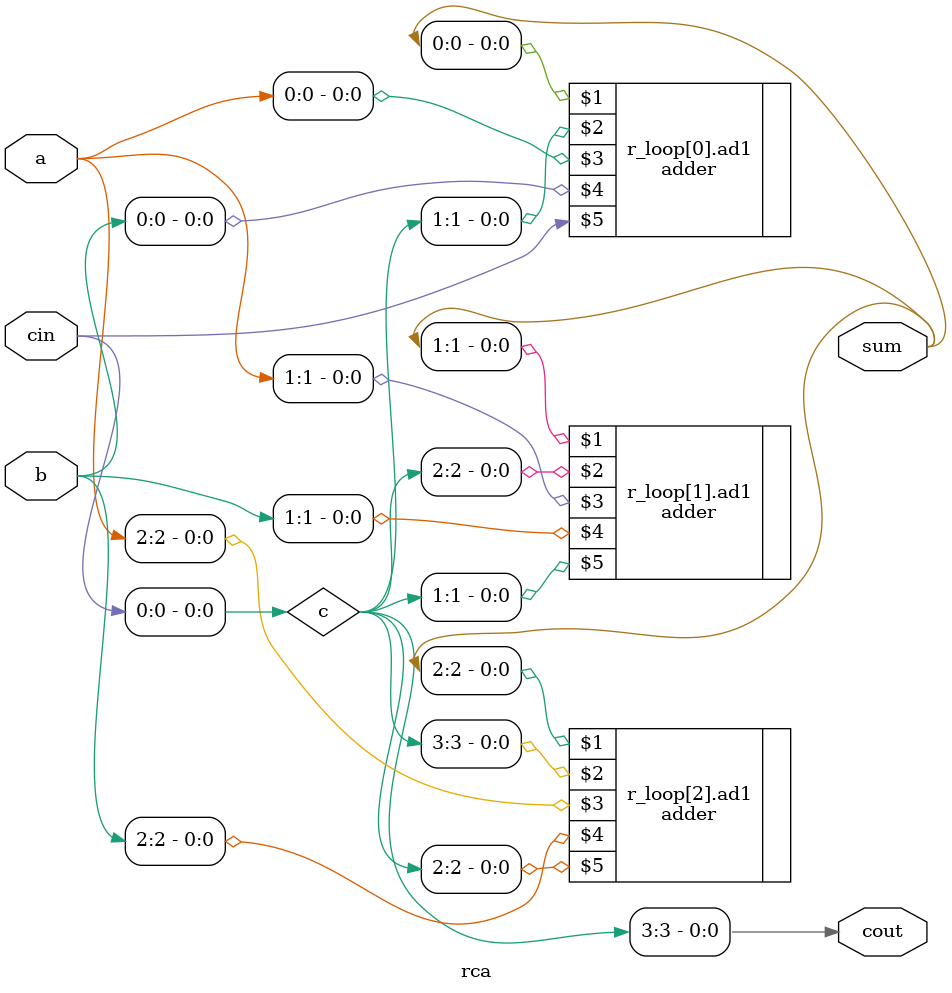
<source format=v>
`timescale 1ns / 1ps
`include "adder.v"

module rca(sum,cout,a,b,cin);
parameter n = 3;
input [n-1:0] a,b;
input cin;
output [n-1:0] sum;
output cout;
wire [n:0] c;
assign c[0] = cin;

genvar i;
generate
	for (i=0;i<n;i=i+1)
		begin:r_loop
			adder ad1(sum[i],c[i+1],a[i],b[i],c[i]);
		end
assign cout = c[n];
endgenerate 

endmodule

</source>
